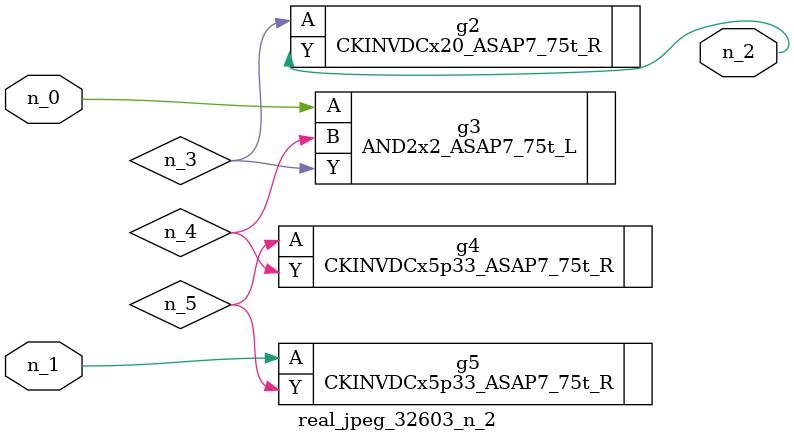
<source format=v>
module real_jpeg_32603_n_2 (n_1, n_0, n_2);

input n_1;
input n_0;

output n_2;

wire n_5;
wire n_4;
wire n_3;

AND2x2_ASAP7_75t_L g3 ( 
.A(n_0),
.B(n_4),
.Y(n_3)
);

CKINVDCx5p33_ASAP7_75t_R g5 ( 
.A(n_1),
.Y(n_5)
);

CKINVDCx20_ASAP7_75t_R g2 ( 
.A(n_3),
.Y(n_2)
);

CKINVDCx5p33_ASAP7_75t_R g4 ( 
.A(n_5),
.Y(n_4)
);


endmodule
</source>
